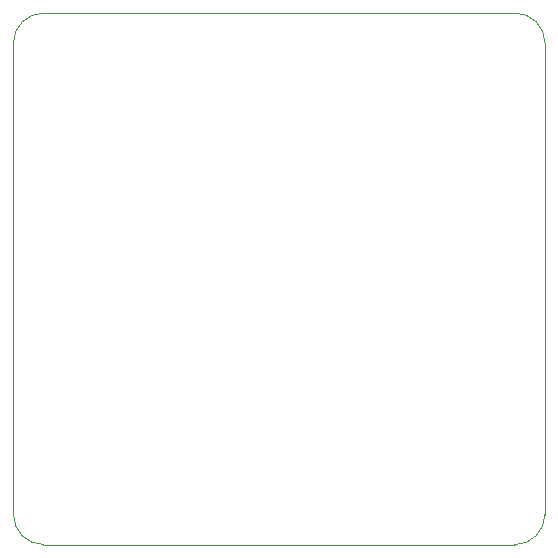
<source format=gbr>
%TF.GenerationSoftware,Altium Limited,Altium Designer,24.6.1 (21)*%
G04 Layer_Color=0*
%FSLAX45Y45*%
%MOMM*%
%TF.SameCoordinates,02EA3464-56A9-4D0A-92B1-D56C91FA6429*%
%TF.FilePolarity,Positive*%
%TF.FileFunction,Profile,NP*%
%TF.Part,Single*%
G01*
G75*
%TA.AperFunction,Profile*%
%ADD81C,0.02540*%
D81*
X0Y254000D02*
Y4246001D01*
D02*
G02*
X254000Y4500001I254000J0D01*
G01*
X4246001D01*
D02*
G02*
X4500001Y4246001I0J-254000D01*
G01*
Y254000D01*
D02*
G02*
X4246001Y0I-254000J0D01*
G01*
X254000D01*
D02*
G02*
X0Y254000I0J254000D01*
G01*
%TF.MD5,99ea4b37866d1218fff269553f90bf8b*%
M02*

</source>
